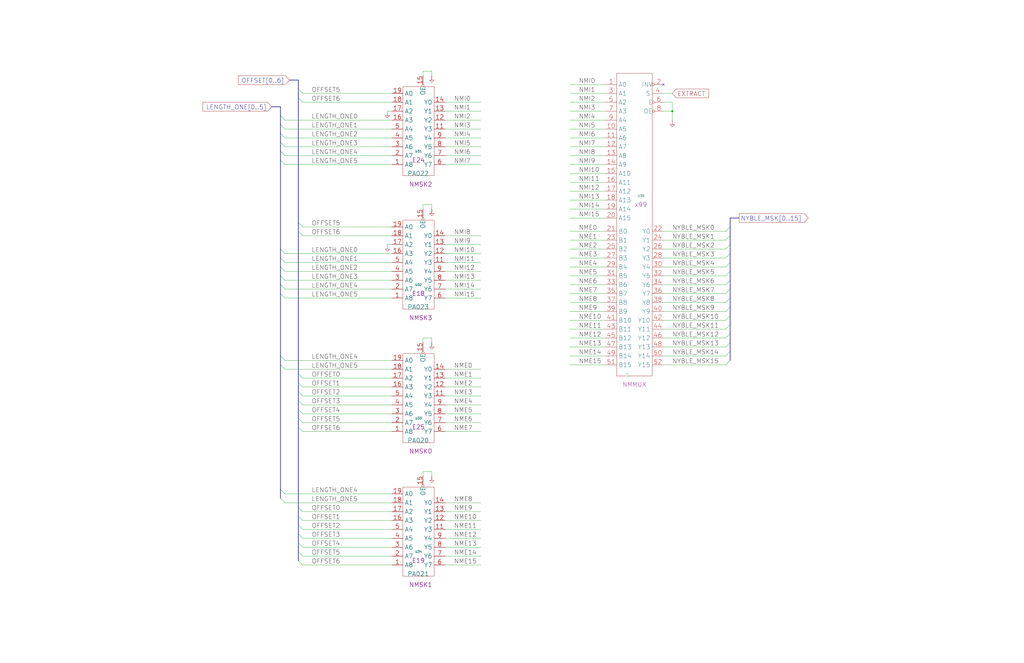
<source format=kicad_sch>
(kicad_sch (version 20230121) (generator eeschema)
  (paper "User" 584.2 378.46)
  (title_block (title "ROTATOR NIBBLE MASK") (date "20-MAR-90") (rev "1.0") (comment 1 "FIU") (comment 2 "232-003065") (comment 3 "S400") (comment 4 "RELEASED"))
  (lib_symbols
    (symbol "r1000:PAxxx" (pin_names (offset 1.016))
      (property "Reference" "U" (at 2.54 5.08 0))
      (property "Value" "PAxxx" (at -3.81 -7.62 0))
      (property "Location" "___" (at -1.27 0 0))
      (property "Name" "______" (at 3.81 -15.24 0))
      (symbol "PAxxx_1_1"
        (rectangle (start -6.35 41.91) (end 11.43 -8.89))
        (circle (center 5.08 42.545) (radius 0.635))
        (pin input line (at -12.7 -2.54 0) (length 6.35) (name "A8") (number "1"))
        (pin tri_state line (at 17.78 17.78 180) (length 6.35) (name "Y3") (number "11"))
        (pin tri_state line (at 17.78 22.86 180) (length 6.35) (name "Y2") (number "12"))
        (pin tri_state line (at 17.78 27.94 180) (length 6.35) (name "Y1") (number "13"))
        (pin tri_state line (at 17.78 33.02 180) (length 6.35) (name "Y0") (number "14"))
        (pin input line (at 5.08 48.26 270) (length 5.08) (name "OE") (number "15"))
        (pin input line (at -12.7 22.86 0) (length 6.35) (name "A3") (number "16"))
        (pin input line (at -12.7 27.94 0) (length 6.35) (name "A2") (number "17"))
        (pin input line (at -12.7 33.02 0) (length 6.35) (name "A1") (number "18"))
        (pin input line (at -12.7 38.1 0) (length 6.35) (name "A0") (number "19"))
        (pin input line (at -12.7 2.54 0) (length 6.35) (name "A7") (number "2"))
        (pin input line (at -12.7 7.62 0) (length 6.35) (name "A6") (number "3"))
        (pin input line (at -12.7 12.7 0) (length 6.35) (name "A5") (number "4"))
        (pin input line (at -12.7 17.78 0) (length 6.35) (name "A4") (number "5"))
        (pin tri_state line (at 17.78 -2.54 180) (length 6.35) (name "Y7") (number "6"))
        (pin tri_state line (at 17.78 2.54 180) (length 6.35) (name "Y6") (number "7"))
        (pin tri_state line (at 17.78 7.62 180) (length 6.35) (name "Y5") (number "8"))
        (pin tri_state line (at 17.78 12.7 180) (length 6.35) (name "Y4") (number "9"))
      )
    )
    (symbol "r1000:PD" (power) (pin_numbers hide) (pin_names hide) (in_bom no)
      (symbol "PD_0_1"
        (polyline (pts (xy 0 -2.54) (xy 1.27 -2.54) (xy 0 -3.81) (xy -1.27 -2.54) (xy 0 -2.54)) (stroke (width 0.1524)))
      )
      (symbol "PD_1_1"
        (pin power_in line (at 0 0 270) (length 2.54) (name "PD") (number "1"))
      )
    )
    (symbol "r1000:XMUX16" (pin_names (offset 1.016))
      (property "Reference" "U" (at 2.54 5.08 0))
      (property "Value" "XMUX16" (at -6.35 -96.52 0))
      (property "Location" "___" (at -1.27 0 0))
      (property "Name" "______" (at -1.27 -104.14 0))
      (symbol "XMUX16_1_1"
        (rectangle (start -11.43 74.93) (end 8.89 -97.79))
        (circle (center 9.525 53.34) (radius 0.635))
        (circle (center 9.525 58.42) (radius 0.635))
        (circle (center 9.525 68.58) (radius 0.635))
        (pin input line (at -17.78 68.58 0) (length 6.35) (name "A0") (number "1"))
        (pin input line (at -17.78 43.18 0) (length 6.35) (name "A5") (number "10"))
        (pin input line (at -17.78 38.1 0) (length 6.35) (name "A6") (number "11"))
        (pin input line (at -17.78 33.02 0) (length 6.35) (name "A7") (number "12"))
        (pin input line (at -17.78 27.94 0) (length 6.35) (name "A8") (number "13"))
        (pin input line (at -17.78 22.86 0) (length 6.35) (name "A9") (number "14"))
        (pin input line (at -17.78 17.78 0) (length 6.35) (name "A10") (number "15"))
        (pin input line (at -17.78 12.7 0) (length 6.35) (name "A11") (number "16"))
        (pin input line (at -17.78 7.62 0) (length 6.35) (name "A12") (number "17"))
        (pin input line (at -17.78 2.54 0) (length 6.35) (name "A13") (number "18"))
        (pin input line (at -17.78 -2.54 0) (length 6.35) (name "A14") (number "19"))
        (pin input line (at 15.24 68.58 180) (length 5.08) (name "INV") (number "2"))
        (pin input line (at -17.78 -7.62 0) (length 6.35) (name "A15") (number "20"))
        (pin input line (at -17.78 -15.24 0) (length 6.35) (name "B0") (number "21"))
        (pin tri_state line (at 15.24 -15.24 180) (length 6.35) (name "Y0") (number "22"))
        (pin input line (at -17.78 -20.32 0) (length 6.35) (name "B1") (number "23"))
        (pin tri_state line (at 15.24 -20.32 180) (length 6.35) (name "Y1") (number "24"))
        (pin input line (at -17.78 -25.4 0) (length 6.35) (name "B2") (number "25"))
        (pin tri_state line (at 15.24 -25.4 180) (length 6.35) (name "Y2") (number "26"))
        (pin input line (at -17.78 -30.48 0) (length 6.35) (name "B3") (number "27"))
        (pin tri_state line (at 15.24 -30.48 180) (length 6.35) (name "Y3") (number "28"))
        (pin input line (at -17.78 -35.56 0) (length 6.35) (name "B4") (number "29"))
        (pin input line (at -17.78 63.5 0) (length 6.35) (name "A1") (number "3"))
        (pin tri_state line (at 15.24 -35.56 180) (length 6.35) (name "Y4") (number "30"))
        (pin input line (at -17.78 -40.64 0) (length 6.35) (name "B5") (number "31"))
        (pin tri_state line (at 15.24 -40.64 180) (length 6.35) (name "Y5") (number "32"))
        (pin input line (at -17.78 -45.72 0) (length 6.35) (name "B6") (number "33"))
        (pin tri_state line (at 15.24 -45.72 180) (length 6.35) (name "Y6") (number "34"))
        (pin input line (at -17.78 -50.8 0) (length 6.35) (name "B7") (number "35"))
        (pin tri_state line (at 15.24 -50.8 180) (length 6.35) (name "Y7") (number "36"))
        (pin input line (at -17.78 -55.88 0) (length 6.35) (name "B8") (number "37"))
        (pin tri_state line (at 15.24 -55.88 180) (length 6.35) (name "Y8") (number "38"))
        (pin input line (at -17.78 -60.96 0) (length 6.35) (name "B9") (number "39"))
        (pin input line (at 15.24 63.5 180) (length 6.35) (name "S") (number "4"))
        (pin tri_state line (at 15.24 -60.96 180) (length 6.35) (name "Y9") (number "40"))
        (pin input line (at -17.78 -66.04 0) (length 6.35) (name "B10") (number "41"))
        (pin tri_state line (at 15.24 -66.04 180) (length 6.35) (name "Y10") (number "42"))
        (pin input line (at -17.78 -71.12 0) (length 6.35) (name "B11") (number "43"))
        (pin tri_state line (at 15.24 -71.12 180) (length 6.35) (name "Y11") (number "44"))
        (pin input line (at -17.78 -76.2 0) (length 6.35) (name "B12") (number "45"))
        (pin tri_state line (at 15.24 -76.2 180) (length 6.35) (name "Y12") (number "46"))
        (pin input line (at -17.78 -81.28 0) (length 6.35) (name "B13") (number "47"))
        (pin tri_state line (at 15.24 -81.28 180) (length 6.35) (name "Y13") (number "48"))
        (pin input line (at -17.78 -86.36 0) (length 6.35) (name "B14") (number "49"))
        (pin input line (at -17.78 58.42 0) (length 6.35) (name "A2") (number "5"))
        (pin tri_state line (at 15.24 -86.36 180) (length 6.35) (name "Y14") (number "50"))
        (pin input line (at -17.78 -91.44 0) (length 6.35) (name "B15") (number "51"))
        (pin tri_state line (at 15.24 -91.44 180) (length 6.35) (name "Y15") (number "52"))
        (pin input line (at 15.24 58.42 180) (length 5.08) (name "E") (number "6"))
        (pin input line (at -17.78 53.34 0) (length 6.35) (name "A3") (number "7"))
        (pin input line (at 15.24 53.34 180) (length 5.08) (name "OE") (number "8"))
        (pin input line (at -17.78 48.26 0) (length 6.35) (name "A4") (number "9"))
      )
    )
  )
  (junction (at 383.54 63.5))
  (no_connect (at 378.46 48.26))
  (bus_entry (at 170.18 299.72) (size 2.54 2.54))
  (bus_entry (at 160.02 147.32) (size 2.54 2.54))
  (bus_entry (at 416.56 134.62) (size -2.54 2.54))
  (bus_entry (at 160.02 76.2) (size 2.54 2.54))
  (bus_entry (at 160.02 81.28) (size 2.54 2.54))
  (bus_entry (at 170.18 218.44) (size 2.54 2.54))
  (bus_entry (at 416.56 185.42) (size -2.54 2.54))
  (bus_entry (at 170.18 294.64) (size 2.54 2.54))
  (bus_entry (at 170.18 132.08) (size 2.54 2.54))
  (bus_entry (at 170.18 223.52) (size 2.54 2.54))
  (bus_entry (at 416.56 129.54) (size -2.54 2.54))
  (bus_entry (at 170.18 320.04) (size 2.54 2.54))
  (bus_entry (at 160.02 284.48) (size 2.54 2.54))
  (bus_entry (at 416.56 144.78) (size -2.54 2.54))
  (bus_entry (at 160.02 71.12) (size 2.54 2.54))
  (bus_entry (at 416.56 170.18) (size -2.54 2.54))
  (bus_entry (at 416.56 149.86) (size -2.54 2.54))
  (bus_entry (at 170.18 213.36) (size 2.54 2.54))
  (bus_entry (at 416.56 165.1) (size -2.54 2.54))
  (bus_entry (at 160.02 167.64) (size 2.54 2.54))
  (bus_entry (at 160.02 91.44) (size 2.54 2.54))
  (bus_entry (at 170.18 289.56) (size 2.54 2.54))
  (bus_entry (at 170.18 243.84) (size 2.54 2.54))
  (bus_entry (at 170.18 55.88) (size 2.54 2.54))
  (bus_entry (at 160.02 157.48) (size 2.54 2.54))
  (bus_entry (at 170.18 50.8) (size 2.54 2.54))
  (bus_entry (at 160.02 208.28) (size 2.54 2.54))
  (bus_entry (at 160.02 142.24) (size 2.54 2.54))
  (bus_entry (at 416.56 195.58) (size -2.54 2.54))
  (bus_entry (at 416.56 200.66) (size -2.54 2.54))
  (bus_entry (at 416.56 160.02) (size -2.54 2.54))
  (bus_entry (at 160.02 162.56) (size 2.54 2.54))
  (bus_entry (at 170.18 314.96) (size 2.54 2.54))
  (bus_entry (at 416.56 205.74) (size -2.54 2.54))
  (bus_entry (at 170.18 238.76) (size 2.54 2.54))
  (bus_entry (at 416.56 190.5) (size -2.54 2.54))
  (bus_entry (at 170.18 233.68) (size 2.54 2.54))
  (bus_entry (at 170.18 304.8) (size 2.54 2.54))
  (bus_entry (at 160.02 279.4) (size 2.54 2.54))
  (bus_entry (at 170.18 309.88) (size 2.54 2.54))
  (bus_entry (at 416.56 154.94) (size -2.54 2.54))
  (bus_entry (at 160.02 66.04) (size 2.54 2.54))
  (bus_entry (at 416.56 180.34) (size -2.54 2.54))
  (bus_entry (at 170.18 228.6) (size 2.54 2.54))
  (bus_entry (at 160.02 152.4) (size 2.54 2.54))
  (bus_entry (at 160.02 203.2) (size 2.54 2.54))
  (bus_entry (at 170.18 127) (size 2.54 2.54))
  (bus_entry (at 160.02 86.36) (size 2.54 2.54))
  (bus_entry (at 416.56 139.7) (size -2.54 2.54))
  (bus_entry (at 416.56 175.26) (size -2.54 2.54))
  (wire (pts (xy 254 88.9) (xy 274.32 88.9)))
  (wire (pts (xy 254 302.26) (xy 274.32 302.26)))
  (wire (pts (xy 172.72 236.22) (xy 223.52 236.22)))
  (wire (pts (xy 241.3 195.58) (xy 241.3 193.04)))
  (wire (pts (xy 172.72 292.1) (xy 223.52 292.1)))
  (bus (pts (xy 416.56 200.66) (xy 416.56 205.74)))
  (wire (pts (xy 254 139.7) (xy 274.32 139.7)))
  (wire (pts (xy 325.12 124.46) (xy 345.44 124.46)))
  (wire (pts (xy 254 307.34) (xy 274.32 307.34)))
  (wire (pts (xy 246.38 116.84) (xy 246.38 119.38)))
  (wire (pts (xy 254 165.1) (xy 274.32 165.1)))
  (wire (pts (xy 254 231.14) (xy 274.32 231.14)))
  (bus (pts (xy 416.56 124.46) (xy 416.56 129.54)))
  (bus (pts (xy 160.02 203.2) (xy 160.02 208.28)))
  (bus (pts (xy 416.56 185.42) (xy 416.56 190.5)))
  (wire (pts (xy 162.56 154.94) (xy 223.52 154.94)))
  (wire (pts (xy 162.56 205.74) (xy 223.52 205.74)))
  (wire (pts (xy 325.12 137.16) (xy 345.44 137.16)))
  (wire (pts (xy 220.98 63.5) (xy 223.52 63.5)))
  (wire (pts (xy 241.3 193.04) (xy 246.38 193.04)))
  (wire (pts (xy 254 246.38) (xy 274.32 246.38)))
  (wire (pts (xy 325.12 99.06) (xy 345.44 99.06)))
  (wire (pts (xy 162.56 160.02) (xy 223.52 160.02)))
  (bus (pts (xy 160.02 162.56) (xy 160.02 167.64)))
  (bus (pts (xy 416.56 154.94) (xy 416.56 160.02)))
  (wire (pts (xy 254 287.02) (xy 274.32 287.02)))
  (bus (pts (xy 170.18 55.88) (xy 170.18 127)))
  (wire (pts (xy 325.12 48.26) (xy 345.44 48.26)))
  (wire (pts (xy 378.46 53.34) (xy 383.54 53.34)))
  (wire (pts (xy 254 236.22) (xy 274.32 236.22)))
  (bus (pts (xy 416.56 149.86) (xy 416.56 154.94)))
  (wire (pts (xy 254 241.3) (xy 274.32 241.3)))
  (wire (pts (xy 172.72 226.06) (xy 223.52 226.06)))
  (bus (pts (xy 160.02 60.96) (xy 160.02 66.04)))
  (wire (pts (xy 162.56 78.74) (xy 223.52 78.74)))
  (bus (pts (xy 416.56 195.58) (xy 416.56 200.66)))
  (wire (pts (xy 162.56 281.94) (xy 223.52 281.94)))
  (wire (pts (xy 325.12 53.34) (xy 345.44 53.34)))
  (wire (pts (xy 172.72 215.9) (xy 223.52 215.9)))
  (wire (pts (xy 254 93.98) (xy 274.32 93.98)))
  (bus (pts (xy 416.56 165.1) (xy 416.56 170.18)))
  (wire (pts (xy 325.12 147.32) (xy 345.44 147.32)))
  (wire (pts (xy 325.12 182.88) (xy 345.44 182.88)))
  (wire (pts (xy 378.46 137.16) (xy 414.02 137.16)))
  (bus (pts (xy 170.18 314.96) (xy 170.18 320.04)))
  (bus (pts (xy 170.18 132.08) (xy 170.18 213.36)))
  (bus (pts (xy 160.02 66.04) (xy 160.02 71.12)))
  (wire (pts (xy 325.12 93.98) (xy 345.44 93.98)))
  (bus (pts (xy 160.02 147.32) (xy 160.02 152.4)))
  (wire (pts (xy 162.56 93.98) (xy 223.52 93.98)))
  (wire (pts (xy 172.72 312.42) (xy 223.52 312.42)))
  (wire (pts (xy 378.46 142.24) (xy 414.02 142.24)))
  (bus (pts (xy 160.02 142.24) (xy 160.02 147.32)))
  (bus (pts (xy 165.1 45.72) (xy 170.18 45.72)))
  (wire (pts (xy 254 292.1) (xy 274.32 292.1)))
  (wire (pts (xy 254 83.82) (xy 274.32 83.82)))
  (wire (pts (xy 162.56 144.78) (xy 223.52 144.78)))
  (wire (pts (xy 254 160.02) (xy 274.32 160.02)))
  (wire (pts (xy 241.3 43.18) (xy 241.3 40.64)))
  (wire (pts (xy 172.72 220.98) (xy 223.52 220.98)))
  (wire (pts (xy 383.54 58.42) (xy 378.46 58.42)))
  (wire (pts (xy 254 220.98) (xy 274.32 220.98)))
  (bus (pts (xy 170.18 223.52) (xy 170.18 228.6)))
  (wire (pts (xy 378.46 157.48) (xy 414.02 157.48)))
  (bus (pts (xy 160.02 76.2) (xy 160.02 81.28)))
  (wire (pts (xy 241.3 119.38) (xy 241.3 116.84)))
  (wire (pts (xy 325.12 208.28) (xy 345.44 208.28)))
  (wire (pts (xy 172.72 58.42) (xy 223.52 58.42)))
  (wire (pts (xy 162.56 73.66) (xy 223.52 73.66)))
  (bus (pts (xy 416.56 170.18) (xy 416.56 175.26)))
  (bus (pts (xy 160.02 91.44) (xy 160.02 142.24)))
  (wire (pts (xy 325.12 187.96) (xy 345.44 187.96)))
  (wire (pts (xy 325.12 157.48) (xy 345.44 157.48)))
  (wire (pts (xy 254 226.06) (xy 274.32 226.06)))
  (wire (pts (xy 378.46 172.72) (xy 414.02 172.72)))
  (wire (pts (xy 254 149.86) (xy 274.32 149.86)))
  (wire (pts (xy 254 144.78) (xy 274.32 144.78)))
  (wire (pts (xy 172.72 53.34) (xy 223.52 53.34)))
  (wire (pts (xy 378.46 208.28) (xy 414.02 208.28)))
  (bus (pts (xy 160.02 284.48) (xy 160.02 279.4)))
  (bus (pts (xy 170.18 213.36) (xy 170.18 218.44)))
  (wire (pts (xy 378.46 63.5) (xy 383.54 63.5)))
  (bus (pts (xy 170.18 238.76) (xy 170.18 243.84)))
  (wire (pts (xy 254 312.42) (xy 274.32 312.42)))
  (wire (pts (xy 172.72 297.18) (xy 223.52 297.18)))
  (wire (pts (xy 325.12 73.66) (xy 345.44 73.66)))
  (wire (pts (xy 325.12 162.56) (xy 345.44 162.56)))
  (wire (pts (xy 325.12 109.22) (xy 345.44 109.22)))
  (bus (pts (xy 160.02 81.28) (xy 160.02 86.36)))
  (wire (pts (xy 254 215.9) (xy 274.32 215.9)))
  (wire (pts (xy 241.3 269.24) (xy 246.38 269.24)))
  (bus (pts (xy 416.56 124.46) (xy 421.64 124.46)))
  (wire (pts (xy 325.12 167.64) (xy 345.44 167.64)))
  (bus (pts (xy 160.02 157.48) (xy 160.02 162.56)))
  (wire (pts (xy 254 210.82) (xy 274.32 210.82)))
  (wire (pts (xy 383.54 68.58) (xy 383.54 63.5)))
  (wire (pts (xy 325.12 172.72) (xy 345.44 172.72)))
  (bus (pts (xy 170.18 45.72) (xy 170.18 50.8)))
  (wire (pts (xy 162.56 88.9) (xy 223.52 88.9)))
  (bus (pts (xy 160.02 86.36) (xy 160.02 91.44)))
  (wire (pts (xy 254 134.62) (xy 274.32 134.62)))
  (wire (pts (xy 162.56 165.1) (xy 223.52 165.1)))
  (bus (pts (xy 154.94 60.96) (xy 160.02 60.96)))
  (wire (pts (xy 325.12 78.74) (xy 345.44 78.74)))
  (wire (pts (xy 172.72 302.26) (xy 223.52 302.26)))
  (wire (pts (xy 254 154.94) (xy 274.32 154.94)))
  (wire (pts (xy 325.12 198.12) (xy 345.44 198.12)))
  (wire (pts (xy 378.46 162.56) (xy 414.02 162.56)))
  (wire (pts (xy 254 73.66) (xy 274.32 73.66)))
  (wire (pts (xy 378.46 193.04) (xy 414.02 193.04)))
  (wire (pts (xy 220.98 139.7) (xy 223.52 139.7)))
  (wire (pts (xy 378.46 147.32) (xy 414.02 147.32)))
  (wire (pts (xy 172.72 129.54) (xy 223.52 129.54)))
  (wire (pts (xy 383.54 63.5) (xy 383.54 58.42)))
  (wire (pts (xy 254 58.42) (xy 274.32 58.42)))
  (wire (pts (xy 254 170.18) (xy 274.32 170.18)))
  (wire (pts (xy 325.12 63.5) (xy 345.44 63.5)))
  (wire (pts (xy 172.72 231.14) (xy 223.52 231.14)))
  (wire (pts (xy 241.3 40.64) (xy 246.38 40.64)))
  (wire (pts (xy 378.46 167.64) (xy 414.02 167.64)))
  (wire (pts (xy 378.46 187.96) (xy 414.02 187.96)))
  (wire (pts (xy 378.46 132.08) (xy 414.02 132.08)))
  (wire (pts (xy 378.46 198.12) (xy 414.02 198.12)))
  (wire (pts (xy 254 317.5) (xy 274.32 317.5)))
  (bus (pts (xy 170.18 228.6) (xy 170.18 233.68)))
  (bus (pts (xy 170.18 218.44) (xy 170.18 223.52)))
  (wire (pts (xy 254 297.18) (xy 274.32 297.18)))
  (bus (pts (xy 170.18 50.8) (xy 170.18 55.88)))
  (wire (pts (xy 254 78.74) (xy 274.32 78.74)))
  (wire (pts (xy 162.56 149.86) (xy 223.52 149.86)))
  (wire (pts (xy 246.38 40.64) (xy 246.38 43.18)))
  (wire (pts (xy 172.72 322.58) (xy 223.52 322.58)))
  (wire (pts (xy 325.12 104.14) (xy 345.44 104.14)))
  (wire (pts (xy 325.12 132.08) (xy 345.44 132.08)))
  (bus (pts (xy 416.56 144.78) (xy 416.56 149.86)))
  (wire (pts (xy 172.72 134.62) (xy 223.52 134.62)))
  (bus (pts (xy 170.18 243.84) (xy 170.18 289.56)))
  (wire (pts (xy 325.12 114.3) (xy 345.44 114.3)))
  (bus (pts (xy 416.56 190.5) (xy 416.56 195.58)))
  (wire (pts (xy 325.12 83.82) (xy 345.44 83.82)))
  (wire (pts (xy 172.72 241.3) (xy 223.52 241.3)))
  (wire (pts (xy 325.12 193.04) (xy 345.44 193.04)))
  (wire (pts (xy 241.3 116.84) (xy 246.38 116.84)))
  (wire (pts (xy 378.46 177.8) (xy 414.02 177.8)))
  (wire (pts (xy 254 63.5) (xy 274.32 63.5)))
  (bus (pts (xy 160.02 208.28) (xy 160.02 279.4)))
  (wire (pts (xy 254 68.58) (xy 274.32 68.58)))
  (bus (pts (xy 416.56 129.54) (xy 416.56 134.62)))
  (wire (pts (xy 325.12 68.58) (xy 345.44 68.58)))
  (wire (pts (xy 241.3 271.78) (xy 241.3 269.24)))
  (wire (pts (xy 325.12 142.24) (xy 345.44 142.24)))
  (bus (pts (xy 160.02 152.4) (xy 160.02 157.48)))
  (bus (pts (xy 170.18 289.56) (xy 170.18 294.64)))
  (wire (pts (xy 246.38 193.04) (xy 246.38 195.58)))
  (bus (pts (xy 170.18 233.68) (xy 170.18 238.76)))
  (bus (pts (xy 170.18 299.72) (xy 170.18 304.8)))
  (bus (pts (xy 416.56 180.34) (xy 416.56 185.42)))
  (bus (pts (xy 170.18 309.88) (xy 170.18 314.96)))
  (wire (pts (xy 254 322.58) (xy 274.32 322.58)))
  (wire (pts (xy 162.56 210.82) (xy 223.52 210.82)))
  (wire (pts (xy 162.56 68.58) (xy 223.52 68.58)))
  (wire (pts (xy 378.46 203.2) (xy 414.02 203.2)))
  (bus (pts (xy 416.56 134.62) (xy 416.56 139.7)))
  (wire (pts (xy 246.38 269.24) (xy 246.38 271.78)))
  (wire (pts (xy 172.72 317.5) (xy 223.52 317.5)))
  (wire (pts (xy 325.12 88.9) (xy 345.44 88.9)))
  (bus (pts (xy 160.02 167.64) (xy 160.02 203.2)))
  (wire (pts (xy 162.56 83.82) (xy 223.52 83.82)))
  (wire (pts (xy 172.72 246.38) (xy 223.52 246.38)))
  (wire (pts (xy 325.12 152.4) (xy 345.44 152.4)))
  (bus (pts (xy 416.56 175.26) (xy 416.56 180.34)))
  (bus (pts (xy 170.18 304.8) (xy 170.18 309.88)))
  (wire (pts (xy 162.56 287.02) (xy 223.52 287.02)))
  (bus (pts (xy 416.56 139.7) (xy 416.56 144.78)))
  (wire (pts (xy 162.56 170.18) (xy 223.52 170.18)))
  (bus (pts (xy 170.18 127) (xy 170.18 132.08)))
  (bus (pts (xy 416.56 160.02) (xy 416.56 165.1)))
  (wire (pts (xy 325.12 177.8) (xy 345.44 177.8)))
  (bus (pts (xy 170.18 294.64) (xy 170.18 299.72)))
  (bus (pts (xy 160.02 71.12) (xy 160.02 76.2)))
  (wire (pts (xy 325.12 58.42) (xy 345.44 58.42)))
  (wire (pts (xy 378.46 152.4) (xy 414.02 152.4)))
  (wire (pts (xy 172.72 307.34) (xy 223.52 307.34)))
  (wire (pts (xy 378.46 182.88) (xy 414.02 182.88)))
  (wire (pts (xy 325.12 203.2) (xy 345.44 203.2)))
  (wire (pts (xy 325.12 119.38) (xy 345.44 119.38)))
  (label "LENGTH_ONE3" (at 177.8 160.02 0) (effects (font (size 2.54 2.54))))
  (label "NYBLE_MSK11" (at 383.54 187.96 0) (effects (font (size 2.54 2.54))))
  (label "OFFSET6" (at 177.8 58.42 0) (effects (font (size 2.54 2.54))))
  (label "NME10" (at 330.2 182.88 0) (effects (font (size 2.54 2.54))))
  (label "NMI14" (at 330.2 119.38 0) (effects (font (size 2.54 2.54))))
  (label "NMI5" (at 259.08 83.82 0) (effects (font (size 2.54 2.54))))
  (label "NMI15" (at 330.2 124.46 0) (effects (font (size 2.54 2.54))))
  (label "LENGTH_ONE5" (at 177.8 170.18 0) (effects (font (size 2.54 2.54))))
  (label "NME2" (at 330.2 142.24 0) (effects (font (size 2.54 2.54))))
  (label "NMI4" (at 330.2 68.58 0) (effects (font (size 2.54 2.54))))
  (label "NME8" (at 259.08 287.02 0) (effects (font (size 2.54 2.54))))
  (label "NME0" (at 259.08 210.82 0) (effects (font (size 2.54 2.54))))
  (label "NYBLE_MSK6" (at 383.54 162.56 0) (effects (font (size 2.54 2.54))))
  (label "NMI11" (at 330.2 104.14 0) (effects (font (size 2.54 2.54))))
  (label "NME15" (at 330.2 208.28 0) (effects (font (size 2.54 2.54))))
  (label "NMI0" (at 259.08 58.42 0) (effects (font (size 2.54 2.54))))
  (label "NYBLE_MSK9" (at 383.54 177.8 0) (effects (font (size 2.54 2.54))))
  (label "NMI4" (at 259.08 78.74 0) (effects (font (size 2.54 2.54))))
  (label "OFFSET6" (at 177.8 246.38 0) (effects (font (size 2.54 2.54))))
  (label "NME15" (at 259.08 322.58 0) (effects (font (size 2.54 2.54))))
  (label "NME4" (at 259.08 231.14 0) (effects (font (size 2.54 2.54))))
  (label "OFFSET2" (at 177.8 302.26 0) (effects (font (size 2.54 2.54))))
  (label "LENGTH_ONE0" (at 177.8 68.58 0) (effects (font (size 2.54 2.54))))
  (label "NME7" (at 259.08 246.38 0) (effects (font (size 2.54 2.54))))
  (label "NMI3" (at 330.2 63.5 0) (effects (font (size 2.54 2.54))))
  (label "NME5" (at 259.08 236.22 0) (effects (font (size 2.54 2.54))))
  (label "LENGTH_ONE0" (at 177.8 144.78 0) (effects (font (size 2.54 2.54))))
  (label "NMI10" (at 259.08 144.78 0) (effects (font (size 2.54 2.54))))
  (label "NME14" (at 259.08 317.5 0) (effects (font (size 2.54 2.54))))
  (label "NYBLE_MSK1" (at 383.54 137.16 0) (effects (font (size 2.54 2.54))))
  (label "NYBLE_MSK2" (at 383.54 142.24 0) (effects (font (size 2.54 2.54))))
  (label "LENGTH_ONE5" (at 177.8 287.02 0) (effects (font (size 2.54 2.54))))
  (label "NMI1" (at 259.08 63.5 0) (effects (font (size 2.54 2.54))))
  (label "OFFSET5" (at 177.8 241.3 0) (effects (font (size 2.54 2.54))))
  (label "NMI7" (at 259.08 93.98 0) (effects (font (size 2.54 2.54))))
  (label "NMI6" (at 330.2 78.74 0) (effects (font (size 2.54 2.54))))
  (label "NME13" (at 330.2 198.12 0) (effects (font (size 2.54 2.54))))
  (label "NMI11" (at 259.08 149.86 0) (effects (font (size 2.54 2.54))))
  (label "NMI9" (at 330.2 93.98 0) (effects (font (size 2.54 2.54))))
  (label "NMI2" (at 259.08 68.58 0) (effects (font (size 2.54 2.54))))
  (label "NYBLE_MSK13" (at 383.54 198.12 0) (effects (font (size 2.54 2.54))))
  (label "NME11" (at 259.08 302.26 0) (effects (font (size 2.54 2.54))))
  (label "LENGTH_ONE4" (at 177.8 165.1 0) (effects (font (size 2.54 2.54))))
  (label "NME9" (at 330.2 177.8 0) (effects (font (size 2.54 2.54))))
  (label "NME6" (at 259.08 241.3 0) (effects (font (size 2.54 2.54))))
  (label "NMI13" (at 259.08 160.02 0) (effects (font (size 2.54 2.54))))
  (label "NYBLE_MSK10" (at 383.54 182.88 0) (effects (font (size 2.54 2.54))))
  (label "NYBLE_MSK4" (at 383.54 152.4 0) (effects (font (size 2.54 2.54))))
  (label "LENGTH_ONE2" (at 177.8 78.74 0) (effects (font (size 2.54 2.54))))
  (label "OFFSET6" (at 177.8 322.58 0) (effects (font (size 2.54 2.54))))
  (label "NYBLE_MSK15" (at 383.54 208.28 0) (effects (font (size 2.54 2.54))))
  (label "NMI12" (at 330.2 109.22 0) (effects (font (size 2.54 2.54))))
  (label "NME13" (at 259.08 312.42 0) (effects (font (size 2.54 2.54))))
  (label "OFFSET5" (at 177.8 53.34 0) (effects (font (size 2.54 2.54))))
  (label "NME1" (at 259.08 215.9 0) (effects (font (size 2.54 2.54))))
  (label "NYBLE_MSK3" (at 383.54 147.32 0) (effects (font (size 2.54 2.54))))
  (label "NME11" (at 330.2 187.96 0) (effects (font (size 2.54 2.54))))
  (label "LENGTH_ONE5" (at 177.8 210.82 0) (effects (font (size 2.54 2.54))))
  (label "NME3" (at 330.2 147.32 0) (effects (font (size 2.54 2.54))))
  (label "NYBLE_MSK0" (at 383.54 132.08 0) (effects (font (size 2.54 2.54))))
  (label "NME3" (at 259.08 226.06 0) (effects (font (size 2.54 2.54))))
  (label "NME12" (at 330.2 193.04 0) (effects (font (size 2.54 2.54))))
  (label "NME12" (at 259.08 307.34 0) (effects (font (size 2.54 2.54))))
  (label "NMI15" (at 259.08 170.18 0) (effects (font (size 2.54 2.54))))
  (label "OFFSET3" (at 177.8 307.34 0) (effects (font (size 2.54 2.54))))
  (label "LENGTH_ONE3" (at 177.8 83.82 0) (effects (font (size 2.54 2.54))))
  (label "NME4" (at 330.2 152.4 0) (effects (font (size 2.54 2.54))))
  (label "NMI14" (at 259.08 165.1 0) (effects (font (size 2.54 2.54))))
  (label "OFFSET0" (at 177.8 292.1 0) (effects (font (size 2.54 2.54))))
  (label "NME6" (at 330.2 162.56 0) (effects (font (size 2.54 2.54))))
  (label "OFFSET0" (at 177.8 215.9 0) (effects (font (size 2.54 2.54))))
  (label "NMI0" (at 330.2 48.26 0) (effects (font (size 2.54 2.54))))
  (label "LENGTH_ONE1" (at 177.8 73.66 0) (effects (font (size 2.54 2.54))))
  (label "NME7" (at 330.2 167.64 0) (effects (font (size 2.54 2.54))))
  (label "NYBLE_MSK12" (at 383.54 193.04 0) (effects (font (size 2.54 2.54))))
  (label "OFFSET4" (at 177.8 312.42 0) (effects (font (size 2.54 2.54))))
  (label "LENGTH_ONE5" (at 177.8 93.98 0) (effects (font (size 2.54 2.54))))
  (label "LENGTH_ONE1" (at 177.8 149.86 0) (effects (font (size 2.54 2.54))))
  (label "NMI9" (at 259.08 139.7 0) (effects (font (size 2.54 2.54))))
  (label "NMI6" (at 259.08 88.9 0) (effects (font (size 2.54 2.54))))
  (label "OFFSET4" (at 177.8 236.22 0) (effects (font (size 2.54 2.54))))
  (label "NYBLE_MSK14" (at 383.54 203.2 0) (effects (font (size 2.54 2.54))))
  (label "NMI5" (at 330.2 73.66 0) (effects (font (size 2.54 2.54))))
  (label "LENGTH_ONE4" (at 177.8 205.74 0) (effects (font (size 2.54 2.54))))
  (label "NME5" (at 330.2 157.48 0) (effects (font (size 2.54 2.54))))
  (label "NME0" (at 330.2 132.08 0) (effects (font (size 2.54 2.54))))
  (label "NME2" (at 259.08 220.98 0) (effects (font (size 2.54 2.54))))
  (label "NME14" (at 330.2 203.2 0) (effects (font (size 2.54 2.54))))
  (label "LENGTH_ONE2" (at 177.8 154.94 0) (effects (font (size 2.54 2.54))))
  (label "NMI8" (at 330.2 88.9 0) (effects (font (size 2.54 2.54))))
  (label "NYBLE_MSK7" (at 383.54 167.64 0) (effects (font (size 2.54 2.54))))
  (label "NMI2" (at 330.2 58.42 0) (effects (font (size 2.54 2.54))))
  (label "NME10" (at 259.08 297.18 0) (effects (font (size 2.54 2.54))))
  (label "NMI7" (at 330.2 83.82 0) (effects (font (size 2.54 2.54))))
  (label "NMI13" (at 330.2 114.3 0) (effects (font (size 2.54 2.54))))
  (label "NMI3" (at 259.08 73.66 0) (effects (font (size 2.54 2.54))))
  (label "NMI12" (at 259.08 154.94 0) (effects (font (size 2.54 2.54))))
  (label "NYBLE_MSK5" (at 383.54 157.48 0) (effects (font (size 2.54 2.54))))
  (label "OFFSET1" (at 177.8 297.18 0) (effects (font (size 2.54 2.54))))
  (label "NMI1" (at 330.2 53.34 0) (effects (font (size 2.54 2.54))))
  (label "NME8" (at 330.2 172.72 0) (effects (font (size 2.54 2.54))))
  (label "OFFSET2" (at 177.8 226.06 0) (effects (font (size 2.54 2.54))))
  (label "NME1" (at 330.2 137.16 0) (effects (font (size 2.54 2.54))))
  (label "OFFSET3" (at 177.8 231.14 0) (effects (font (size 2.54 2.54))))
  (label "NME9" (at 259.08 292.1 0) (effects (font (size 2.54 2.54))))
  (label "NYBLE_MSK8" (at 383.54 172.72 0) (effects (font (size 2.54 2.54))))
  (label "LENGTH_ONE4" (at 177.8 88.9 0) (effects (font (size 2.54 2.54))))
  (label "OFFSET5" (at 177.8 129.54 0) (effects (font (size 2.54 2.54))))
  (label "OFFSET5" (at 177.8 317.5 0) (effects (font (size 2.54 2.54))))
  (label "OFFSET6" (at 177.8 134.62 0) (effects (font (size 2.54 2.54))))
  (label "NMI8" (at 259.08 134.62 0) (effects (font (size 2.54 2.54))))
  (label "NMI10" (at 330.2 99.06 0) (effects (font (size 2.54 2.54))))
  (label "OFFSET1" (at 177.8 220.98 0) (effects (font (size 2.54 2.54))))
  (label "LENGTH_ONE4" (at 177.8 281.94 0) (effects (font (size 2.54 2.54))))
  (global_label "NYBLE_MSK[0..15]" (shape output) (at 421.64 124.46 0) (effects (font (size 2.54 2.54))) (property "Intersheetrefs" "${INTERSHEET_REFS}" (at 463.5984 121.7613 0) (effects (font (size 1.905 1.905)) (justify left))))
  (global_label "LENGTH_ONE[0..5]" (shape input) (at 154.94 60.96 180) (effects (font (size 2.54 2.54))) (property "Intersheetrefs" "${INTERSHEET_REFS}" (at 115.7635 60.8013 0) (effects (font (size 1.905 1.905)) (justify right))))
  (global_label "OFFSET[0..6]" (shape input) (at 165.1 45.72 180) (effects (font (size 2.54 2.54))) (property "Intersheetrefs" "${INTERSHEET_REFS}" (at 135.9626 45.5613 0) (effects (font (size 1.905 1.905)) (justify right))))
  (global_label "EXTRACT" (shape input) (at 383.54 53.34 0) (effects (font (size 2.54 2.54))) (property "Intersheetrefs" "${INTERSHEET_REFS}" (at 404.2108 53.1813 0) (effects (font (size 1.905 1.905)) (justify left))))
  (symbol (lib_id "r1000:PAxxx") (at 236.22 91.44 0) (unit 1)
    (property "Reference" "U31" (at 238.76 86.36 0))
    (property "Value" "PA022" (at 232.41 99.06 0) (effects (font (size 2.54 2.54)) (justify left)))
    (property "Location" "E24" (at 234.95 91.44 0) (effects (font (size 2.54 2.54)) (justify left)))
    (property "Name" "NMSK2" (at 240.03 106.68 0) (effects (font (size 2.54 2.54)) (justify bottom)))
  )
  (symbol (lib_id "r1000:PAxxx") (at 236.22 243.84 0) (unit 1)
    (property "Reference" "U33" (at 238.76 238.76 0))
    (property "Value" "PA020" (at 232.41 251.46 0) (effects (font (size 2.54 2.54)) (justify left)))
    (property "Location" "E25" (at 234.95 243.84 0) (effects (font (size 2.54 2.54)) (justify left)))
    (property "Name" "NMSK0" (at 240.03 259.08 0) (effects (font (size 2.54 2.54)) (justify bottom)))
  )
  (symbol (lib_id "r1000:XMUX16") (at 363.22 116.84 0) (unit 1)
    (property "Reference" "U35" (at 365.76 111.76 0))
    (property "Value" "~" (at 356.87 213.36 0) (effects (font (size 2.54 2.54)) (justify left)))
    (property "Location" "x99" (at 361.95 116.84 0) (effects (font (size 2.54 2.54)) (justify left)))
    (property "Name" "NMMUX" (at 361.95 220.98 0) (effects (font (size 2.54 2.54)) (justify bottom)))
  )
  (symbol (lib_id "r1000:PD") (at 383.54 68.58 0) (unit 1) (in_bom no)
    (property "Reference" "#U07" (effects hide))
  )
  (symbol (lib_id "r1000:PD") (at 220.98 139.7 0) (unit 1) (in_bom no)
    (property "Reference" "#U02" (effects hide))
  )
  (symbol (lib_id "r1000:PD") (at 246.38 43.18 0) (unit 1) (in_bom no)
    (property "Reference" "#U03" (effects hide))
  )
  (symbol (lib_id "r1000:PD") (at 246.38 119.38 0) (unit 1) (in_bom no)
    (property "Reference" "#U04" (effects hide))
  )
  (symbol (lib_id "r1000:PAxxx") (at 236.22 320.04 0) (unit 1)
    (property "Reference" "U34" (at 238.76 314.96 0))
    (property "Value" "PA021" (at 232.41 327.66 0) (effects (font (size 2.54 2.54)) (justify left)))
    (property "Location" "E19" (at 234.95 320.04 0) (effects (font (size 2.54 2.54)) (justify left)))
    (property "Name" "NMSK1" (at 240.03 335.28 0) (effects (font (size 2.54 2.54)) (justify bottom)))
  )
  (symbol (lib_id "r1000:PD") (at 246.38 271.78 0) (unit 1) (in_bom no)
    (property "Reference" "#U06" (effects hide))
  )
  (symbol (lib_id "r1000:PAxxx") (at 236.22 167.64 0) (unit 1)
    (property "Reference" "U32" (at 238.76 162.56 0))
    (property "Value" "PA023" (at 232.41 175.26 0) (effects (font (size 2.54 2.54)) (justify left)))
    (property "Location" "E18" (at 234.95 167.64 0) (effects (font (size 2.54 2.54)) (justify left)))
    (property "Name" "NMSK3" (at 240.03 182.88 0) (effects (font (size 2.54 2.54)) (justify bottom)))
  )
  (symbol (lib_id "r1000:PD") (at 220.98 63.5 0) (unit 1) (in_bom no)
    (property "Reference" "#U01" (effects hide))
  )
  (symbol (lib_id "r1000:PD") (at 246.38 195.58 0) (unit 1) (in_bom no)
    (property "Reference" "#U05" (effects hide))
  )
)
</source>
